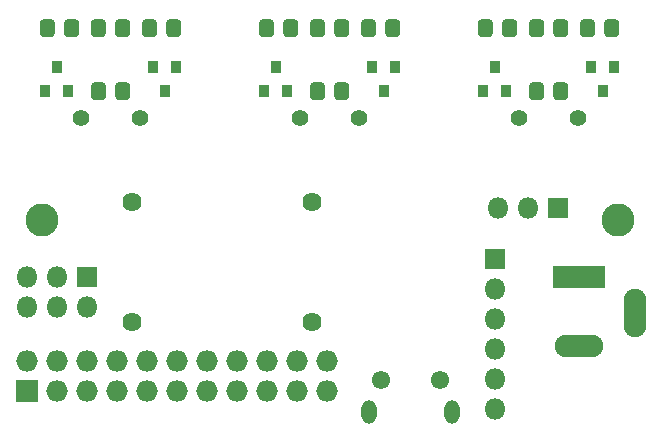
<source format=gbr>
G04 #@! TF.GenerationSoftware,KiCad,Pcbnew,5.1.6-c6e7f7d~86~ubuntu18.04.1*
G04 #@! TF.CreationDate,2020-06-22T19:25:45+02:00*
G04 #@! TF.ProjectId,USB-Exp,5553422d-4578-4702-9e6b-696361645f70,1.0*
G04 #@! TF.SameCoordinates,Original*
G04 #@! TF.FileFunction,Soldermask,Bot*
G04 #@! TF.FilePolarity,Negative*
%FSLAX46Y46*%
G04 Gerber Fmt 4.6, Leading zero omitted, Abs format (unit mm)*
G04 Created by KiCad (PCBNEW 5.1.6-c6e7f7d~86~ubuntu18.04.1) date 2020-06-22 19:25:45*
%MOMM*%
%LPD*%
G01*
G04 APERTURE LIST*
%ADD10C,2.800000*%
%ADD11C,1.624000*%
%ADD12R,0.900000X1.000000*%
%ADD13O,1.827200X1.827200*%
%ADD14R,1.827200X1.827200*%
%ADD15O,1.800000X1.800000*%
%ADD16R,1.800000X1.800000*%
%ADD17C,1.400000*%
%ADD18R,4.500000X1.900000*%
%ADD19O,4.100000X1.900000*%
%ADD20O,1.900000X4.100000*%
%ADD21O,1.300000X2.000000*%
%ADD22C,1.550000*%
G04 APERTURE END LIST*
D10*
X101854000Y-67310000D03*
X53086000Y-67310000D03*
D11*
X60706000Y-75946000D03*
X60706000Y-65786000D03*
X75946000Y-65786000D03*
X75946000Y-75946000D03*
G36*
G01*
X99930000Y-50575738D02*
X99930000Y-51532262D01*
G75*
G02*
X99658262Y-51804000I-271738J0D01*
G01*
X98951738Y-51804000D01*
G75*
G02*
X98680000Y-51532262I0J271738D01*
G01*
X98680000Y-50575738D01*
G75*
G02*
X98951738Y-50304000I271738J0D01*
G01*
X99658262Y-50304000D01*
G75*
G02*
X99930000Y-50575738I0J-271738D01*
G01*
G37*
G36*
G01*
X101980000Y-50575738D02*
X101980000Y-51532262D01*
G75*
G02*
X101708262Y-51804000I-271738J0D01*
G01*
X101001738Y-51804000D01*
G75*
G02*
X100730000Y-51532262I0J271738D01*
G01*
X100730000Y-50575738D01*
G75*
G02*
X101001738Y-50304000I271738J0D01*
G01*
X101708262Y-50304000D01*
G75*
G02*
X101980000Y-50575738I0J-271738D01*
G01*
G37*
G36*
G01*
X81388000Y-50575738D02*
X81388000Y-51532262D01*
G75*
G02*
X81116262Y-51804000I-271738J0D01*
G01*
X80409738Y-51804000D01*
G75*
G02*
X80138000Y-51532262I0J271738D01*
G01*
X80138000Y-50575738D01*
G75*
G02*
X80409738Y-50304000I271738J0D01*
G01*
X81116262Y-50304000D01*
G75*
G02*
X81388000Y-50575738I0J-271738D01*
G01*
G37*
G36*
G01*
X83438000Y-50575738D02*
X83438000Y-51532262D01*
G75*
G02*
X83166262Y-51804000I-271738J0D01*
G01*
X82459738Y-51804000D01*
G75*
G02*
X82188000Y-51532262I0J271738D01*
G01*
X82188000Y-50575738D01*
G75*
G02*
X82459738Y-50304000I271738J0D01*
G01*
X83166262Y-50304000D01*
G75*
G02*
X83438000Y-50575738I0J-271738D01*
G01*
G37*
G36*
G01*
X62846000Y-50575738D02*
X62846000Y-51532262D01*
G75*
G02*
X62574262Y-51804000I-271738J0D01*
G01*
X61867738Y-51804000D01*
G75*
G02*
X61596000Y-51532262I0J271738D01*
G01*
X61596000Y-50575738D01*
G75*
G02*
X61867738Y-50304000I271738J0D01*
G01*
X62574262Y-50304000D01*
G75*
G02*
X62846000Y-50575738I0J-271738D01*
G01*
G37*
G36*
G01*
X64896000Y-50575738D02*
X64896000Y-51532262D01*
G75*
G02*
X64624262Y-51804000I-271738J0D01*
G01*
X63917738Y-51804000D01*
G75*
G02*
X63646000Y-51532262I0J271738D01*
G01*
X63646000Y-50575738D01*
G75*
G02*
X63917738Y-50304000I271738J0D01*
G01*
X64624262Y-50304000D01*
G75*
G02*
X64896000Y-50575738I0J-271738D01*
G01*
G37*
G36*
G01*
X92085000Y-51532262D02*
X92085000Y-50575738D01*
G75*
G02*
X92356738Y-50304000I271738J0D01*
G01*
X93063262Y-50304000D01*
G75*
G02*
X93335000Y-50575738I0J-271738D01*
G01*
X93335000Y-51532262D01*
G75*
G02*
X93063262Y-51804000I-271738J0D01*
G01*
X92356738Y-51804000D01*
G75*
G02*
X92085000Y-51532262I0J271738D01*
G01*
G37*
G36*
G01*
X90035000Y-51532262D02*
X90035000Y-50575738D01*
G75*
G02*
X90306738Y-50304000I271738J0D01*
G01*
X91013262Y-50304000D01*
G75*
G02*
X91285000Y-50575738I0J-271738D01*
G01*
X91285000Y-51532262D01*
G75*
G02*
X91013262Y-51804000I-271738J0D01*
G01*
X90306738Y-51804000D01*
G75*
G02*
X90035000Y-51532262I0J271738D01*
G01*
G37*
G36*
G01*
X73552000Y-51532262D02*
X73552000Y-50575738D01*
G75*
G02*
X73823738Y-50304000I271738J0D01*
G01*
X74530262Y-50304000D01*
G75*
G02*
X74802000Y-50575738I0J-271738D01*
G01*
X74802000Y-51532262D01*
G75*
G02*
X74530262Y-51804000I-271738J0D01*
G01*
X73823738Y-51804000D01*
G75*
G02*
X73552000Y-51532262I0J271738D01*
G01*
G37*
G36*
G01*
X71502000Y-51532262D02*
X71502000Y-50575738D01*
G75*
G02*
X71773738Y-50304000I271738J0D01*
G01*
X72480262Y-50304000D01*
G75*
G02*
X72752000Y-50575738I0J-271738D01*
G01*
X72752000Y-51532262D01*
G75*
G02*
X72480262Y-51804000I-271738J0D01*
G01*
X71773738Y-51804000D01*
G75*
G02*
X71502000Y-51532262I0J271738D01*
G01*
G37*
G36*
G01*
X55001000Y-51532262D02*
X55001000Y-50575738D01*
G75*
G02*
X55272738Y-50304000I271738J0D01*
G01*
X55979262Y-50304000D01*
G75*
G02*
X56251000Y-50575738I0J-271738D01*
G01*
X56251000Y-51532262D01*
G75*
G02*
X55979262Y-51804000I-271738J0D01*
G01*
X55272738Y-51804000D01*
G75*
G02*
X55001000Y-51532262I0J271738D01*
G01*
G37*
G36*
G01*
X52951000Y-51532262D02*
X52951000Y-50575738D01*
G75*
G02*
X53222738Y-50304000I271738J0D01*
G01*
X53929262Y-50304000D01*
G75*
G02*
X54201000Y-50575738I0J-271738D01*
G01*
X54201000Y-51532262D01*
G75*
G02*
X53929262Y-51804000I-271738J0D01*
G01*
X53222738Y-51804000D01*
G75*
G02*
X52951000Y-51532262I0J271738D01*
G01*
G37*
G36*
G01*
X96412000Y-56866262D02*
X96412000Y-55909738D01*
G75*
G02*
X96683738Y-55638000I271738J0D01*
G01*
X97390262Y-55638000D01*
G75*
G02*
X97662000Y-55909738I0J-271738D01*
G01*
X97662000Y-56866262D01*
G75*
G02*
X97390262Y-57138000I-271738J0D01*
G01*
X96683738Y-57138000D01*
G75*
G02*
X96412000Y-56866262I0J271738D01*
G01*
G37*
G36*
G01*
X94362000Y-56866262D02*
X94362000Y-55909738D01*
G75*
G02*
X94633738Y-55638000I271738J0D01*
G01*
X95340262Y-55638000D01*
G75*
G02*
X95612000Y-55909738I0J-271738D01*
G01*
X95612000Y-56866262D01*
G75*
G02*
X95340262Y-57138000I-271738J0D01*
G01*
X94633738Y-57138000D01*
G75*
G02*
X94362000Y-56866262I0J271738D01*
G01*
G37*
G36*
G01*
X77870000Y-56866262D02*
X77870000Y-55909738D01*
G75*
G02*
X78141738Y-55638000I271738J0D01*
G01*
X78848262Y-55638000D01*
G75*
G02*
X79120000Y-55909738I0J-271738D01*
G01*
X79120000Y-56866262D01*
G75*
G02*
X78848262Y-57138000I-271738J0D01*
G01*
X78141738Y-57138000D01*
G75*
G02*
X77870000Y-56866262I0J271738D01*
G01*
G37*
G36*
G01*
X75820000Y-56866262D02*
X75820000Y-55909738D01*
G75*
G02*
X76091738Y-55638000I271738J0D01*
G01*
X76798262Y-55638000D01*
G75*
G02*
X77070000Y-55909738I0J-271738D01*
G01*
X77070000Y-56866262D01*
G75*
G02*
X76798262Y-57138000I-271738J0D01*
G01*
X76091738Y-57138000D01*
G75*
G02*
X75820000Y-56866262I0J271738D01*
G01*
G37*
G36*
G01*
X59328000Y-56866262D02*
X59328000Y-55909738D01*
G75*
G02*
X59599738Y-55638000I271738J0D01*
G01*
X60306262Y-55638000D01*
G75*
G02*
X60578000Y-55909738I0J-271738D01*
G01*
X60578000Y-56866262D01*
G75*
G02*
X60306262Y-57138000I-271738J0D01*
G01*
X59599738Y-57138000D01*
G75*
G02*
X59328000Y-56866262I0J271738D01*
G01*
G37*
G36*
G01*
X57278000Y-56866262D02*
X57278000Y-55909738D01*
G75*
G02*
X57549738Y-55638000I271738J0D01*
G01*
X58256262Y-55638000D01*
G75*
G02*
X58528000Y-55909738I0J-271738D01*
G01*
X58528000Y-56866262D01*
G75*
G02*
X58256262Y-57138000I-271738J0D01*
G01*
X57549738Y-57138000D01*
G75*
G02*
X57278000Y-56866262I0J271738D01*
G01*
G37*
D12*
X100584000Y-56372000D03*
X101534000Y-54372000D03*
X99634000Y-54372000D03*
X82042000Y-56372000D03*
X82992000Y-54372000D03*
X81092000Y-54372000D03*
X63500000Y-56372000D03*
X64450000Y-54372000D03*
X62550000Y-54372000D03*
X91440000Y-54372000D03*
X90490000Y-56372000D03*
X92390000Y-56372000D03*
X72898000Y-54372000D03*
X71948000Y-56372000D03*
X73848000Y-56372000D03*
X54356000Y-54372000D03*
X53406000Y-56372000D03*
X55306000Y-56372000D03*
D13*
X77216000Y-79248000D03*
X77216000Y-81788000D03*
X59436000Y-79248000D03*
X59436000Y-81788000D03*
X56896000Y-79248000D03*
X56896000Y-81788000D03*
X54356000Y-79248000D03*
X54356000Y-81788000D03*
X51816000Y-79248000D03*
D14*
X51816000Y-81788000D03*
D13*
X61976000Y-81788000D03*
X61976000Y-79248000D03*
X64516000Y-81788000D03*
X64516000Y-79248000D03*
X67056000Y-81788000D03*
X67056000Y-79248000D03*
X69596000Y-81788000D03*
X69596000Y-79248000D03*
X72136000Y-81788000D03*
X72136000Y-79248000D03*
X74676000Y-81788000D03*
X74676000Y-79248000D03*
D15*
X91694000Y-66294000D03*
X94234000Y-66294000D03*
D16*
X96774000Y-66294000D03*
D15*
X91440000Y-83312000D03*
X91440000Y-80772000D03*
X91440000Y-78232000D03*
X91440000Y-75692000D03*
X91440000Y-73152000D03*
D16*
X91440000Y-70612000D03*
D15*
X51816000Y-74676000D03*
X51816000Y-72136000D03*
X54356000Y-74676000D03*
X54356000Y-72136000D03*
X56896000Y-74676000D03*
D16*
X56896000Y-72136000D03*
D17*
X93512000Y-58674000D03*
X98512000Y-58674000D03*
X74970000Y-58674000D03*
X79970000Y-58674000D03*
X56428000Y-58674000D03*
X61428000Y-58674000D03*
D18*
X98552000Y-72136000D03*
D19*
X98552000Y-77936000D03*
D20*
X103352000Y-75136000D03*
D21*
X87828000Y-83533500D03*
X80828000Y-83533500D03*
D22*
X86828000Y-80833500D03*
X81828000Y-80833500D03*
G36*
G01*
X95621000Y-50575738D02*
X95621000Y-51532262D01*
G75*
G02*
X95349262Y-51804000I-271738J0D01*
G01*
X94642738Y-51804000D01*
G75*
G02*
X94371000Y-51532262I0J271738D01*
G01*
X94371000Y-50575738D01*
G75*
G02*
X94642738Y-50304000I271738J0D01*
G01*
X95349262Y-50304000D01*
G75*
G02*
X95621000Y-50575738I0J-271738D01*
G01*
G37*
G36*
G01*
X97671000Y-50575738D02*
X97671000Y-51532262D01*
G75*
G02*
X97399262Y-51804000I-271738J0D01*
G01*
X96692738Y-51804000D01*
G75*
G02*
X96421000Y-51532262I0J271738D01*
G01*
X96421000Y-50575738D01*
G75*
G02*
X96692738Y-50304000I271738J0D01*
G01*
X97399262Y-50304000D01*
G75*
G02*
X97671000Y-50575738I0J-271738D01*
G01*
G37*
G36*
G01*
X77070000Y-50575738D02*
X77070000Y-51532262D01*
G75*
G02*
X76798262Y-51804000I-271738J0D01*
G01*
X76091738Y-51804000D01*
G75*
G02*
X75820000Y-51532262I0J271738D01*
G01*
X75820000Y-50575738D01*
G75*
G02*
X76091738Y-50304000I271738J0D01*
G01*
X76798262Y-50304000D01*
G75*
G02*
X77070000Y-50575738I0J-271738D01*
G01*
G37*
G36*
G01*
X79120000Y-50575738D02*
X79120000Y-51532262D01*
G75*
G02*
X78848262Y-51804000I-271738J0D01*
G01*
X78141738Y-51804000D01*
G75*
G02*
X77870000Y-51532262I0J271738D01*
G01*
X77870000Y-50575738D01*
G75*
G02*
X78141738Y-50304000I271738J0D01*
G01*
X78848262Y-50304000D01*
G75*
G02*
X79120000Y-50575738I0J-271738D01*
G01*
G37*
G36*
G01*
X58519000Y-50575738D02*
X58519000Y-51532262D01*
G75*
G02*
X58247262Y-51804000I-271738J0D01*
G01*
X57540738Y-51804000D01*
G75*
G02*
X57269000Y-51532262I0J271738D01*
G01*
X57269000Y-50575738D01*
G75*
G02*
X57540738Y-50304000I271738J0D01*
G01*
X58247262Y-50304000D01*
G75*
G02*
X58519000Y-50575738I0J-271738D01*
G01*
G37*
G36*
G01*
X60569000Y-50575738D02*
X60569000Y-51532262D01*
G75*
G02*
X60297262Y-51804000I-271738J0D01*
G01*
X59590738Y-51804000D01*
G75*
G02*
X59319000Y-51532262I0J271738D01*
G01*
X59319000Y-50575738D01*
G75*
G02*
X59590738Y-50304000I271738J0D01*
G01*
X60297262Y-50304000D01*
G75*
G02*
X60569000Y-50575738I0J-271738D01*
G01*
G37*
M02*

</source>
